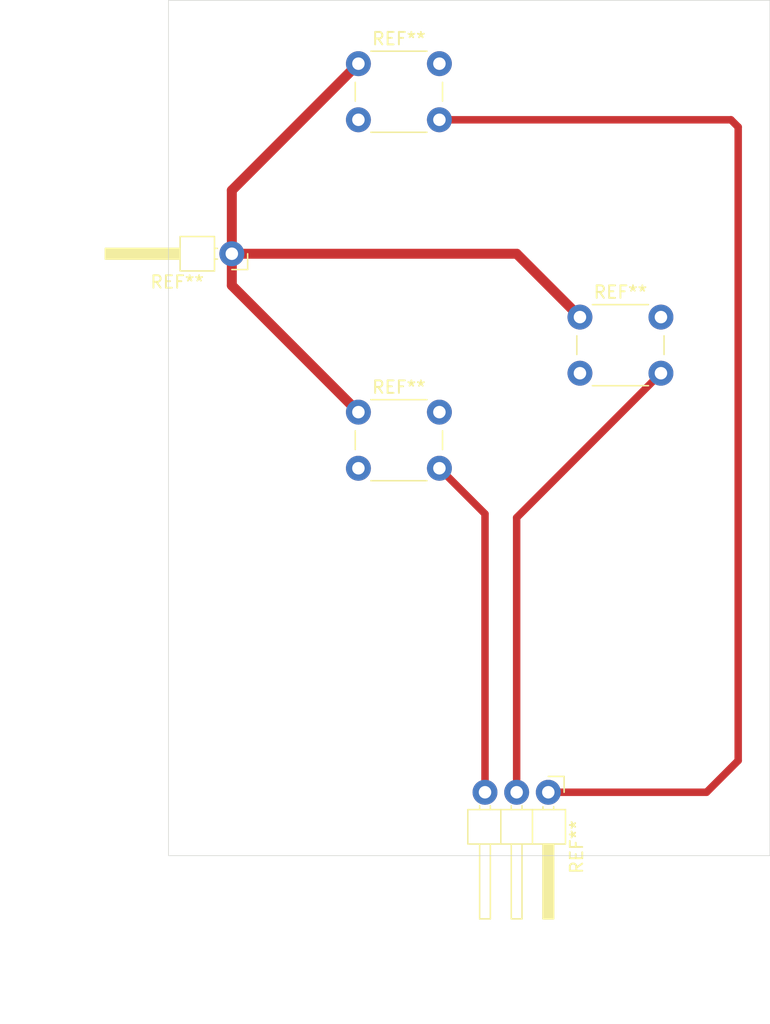
<source format=kicad_pcb>
(kicad_pcb (version 20241229) (generator "pcbnew") (generator_version "9.0")
  (layers (0 "F.Cu" signal) (2 "B.Cu" signal) (13 "F.Paste" user) (15 "B.Paste" user) (5 "F.SilkS" user "F.Silkscreen") (7 "B.SilkS" user "B.Silkscreen") (1 "F.Mask" user) (3 "B.Mask" user) (25 "Edge.Cuts" user))
  (net 0 "")
  (footprint "Connector_PinHeader_2.54mm:PinHeader_1x03_P2.54mm_Horizontal" (layer "F.Cu") (at 30.479998 63.5 -90)
    (property "Reference" "REF**" (at 4.385 -2.27 90) (layer "F.SilkS"))
    (property "Value" "PinHeader_1x03_P2.54mm_Horizontal")
    (fp_line (start 1.077358 5.51) (end 1.39 5.51) (stroke (width 0.12)) (layer "F.SilkS"))
    (fp_line (start 10.15 5.51) (end 4.15 5.51) (stroke (width 0.12)) (layer "F.SilkS"))
    (fp_line (start 1.077358 4.65) (end 1.39 4.65) (stroke (width 0.12)) (layer "F.SilkS"))
    (fp_line (start 4.15 4.65) (end 10.15 4.65) (stroke (width 0.12)) (layer "F.SilkS"))
    (fp_line (start 10.15 4.65) (end 10.15 5.51) (stroke (width 0.12)) (layer "F.SilkS"))
    (fp_line (start 1.39 3.81) (end 4.15 3.81) (stroke (width 0.12)) (layer "F.SilkS"))
    (fp_line (start 1.077358 2.97) (end 1.39 2.97) (stroke (width 0.12)) (layer "F.SilkS"))
    (fp_line (start 10.15 2.97) (end 4.15 2.97) (stroke (width 0.12)) (layer "F.SilkS"))
    (fp_line (start 1.077358 2.11) (end 1.39 2.11) (stroke (width 0.12)) (layer "F.SilkS"))
    (fp_line (start 4.15 2.11) (end 10.15 2.11) (stroke (width 0.12)) (layer "F.SilkS"))
    (fp_line (start 10.15 2.11) (end 10.15 2.97) (stroke (width 0.12)) (layer "F.SilkS"))
    (fp_line (start 1.39 1.27) (end 4.15 1.27) (stroke (width 0.12)) (layer "F.SilkS"))
    (fp_line (start 1.16 0.43) (end 1.39 0.43) (stroke (width 0.12)) (layer "F.SilkS"))
    (fp_line (start -1.27 0) (end -1.27 -1.27) (stroke (width 0.12)) (layer "F.SilkS"))
    (fp_line (start 1.16 -0.43) (end 1.39 -0.43) (stroke (width 0.12)) (layer "F.SilkS"))
    (fp_line (start -1.27 -1.27) (end 0 -1.27) (stroke (width 0.12)) (layer "F.SilkS"))
    (fp_rect (start 4.15 -0.43) (end 10.15 0.43) (stroke (width 0.12)) (fill yes) (layer "F.SilkS"))
    (fp_rect (start 1.39 -1.38) (end 4.15 6.46) (stroke (width 0.12)) (fill no) (layer "F.SilkS"))
    (pad "1" thru_hole circle (at 0 0 270) (size 2 2) (drill 1) (layers "*.Cu" "*.Mask"))
    (pad "2" thru_hole circle (at 0 2.54 270) (size 2 2) (drill 1) (layers "*.Cu" "*.Mask"))
    (pad "3" thru_hole circle (at 0 5.08 270) (size 2 2) (drill 1) (layers "*.Cu" "*.Mask"))
  )
  (footprint "Connector_PinHeader_2.54mm:PinHeader_1x01_P2.54mm_Horizontal" (layer "F.Cu") (at 5.079998 20.32 180)
    (property "Reference" "REF**" (at 4.385 -2.27 0) (layer "F.SilkS"))
    (property "Value" "PinHeader_1x01_P2.54mm_Horizontal")
    (fp_line (start 1.16 0.43) (end 1.39 0.43) (stroke (width 0.12)) (layer "F.SilkS"))
    (fp_line (start 1.16 -0.43) (end 1.39 -0.43) (stroke (width 0.12)) (layer "F.SilkS"))
    (fp_line (start -1.27 0) (end -1.27 -1.27) (stroke (width 0.12)) (layer "F.SilkS"))
    (fp_line (start -1.27 -1.27) (end 0 -1.27) (stroke (width 0.12)) (layer "F.SilkS"))
    (fp_rect (start 4.15 -0.43) (end 10.15 0.43) (stroke (width 0.12)) (fill yes) (layer "F.SilkS"))
    (fp_rect (start 1.39 -1.38) (end 4.15 1.38) (stroke (width 0.12)) (fill no) (layer "F.SilkS"))
    (pad "1" thru_hole circle (at 0 0 180) (size 2 2) (drill 1) (layers "*.Cu" "*.Mask"))
  )
  (footprint "Button_Switch_THT:SW_PUSH_6mm" (layer "F.Cu") (at 33.019998 25.4)
    (property "Reference" "REF**" (at 3.25 -2 0) (layer "F.SilkS"))
    (property "Value" "SW_PUSH_6mm")
    (fp_line (start -0.25 1.5) (end -0.25 3) (stroke (width 0.12)) (layer "F.SilkS"))
    (fp_line (start 1 5.5) (end 5.5 5.5) (stroke (width 0.12)) (layer "F.SilkS"))
    (fp_line (start 5.5 -1) (end 1 -1) (stroke (width 0.12)) (layer "F.SilkS"))
    (fp_line (start 6.75 3) (end 6.75 1.5) (stroke (width 0.12)) (layer "F.SilkS"))
    (pad "1" thru_hole circle (at 0 0 90) (size 2 2) (drill 1) (layers "*.Cu" "*.Mask"))
    (pad "1" thru_hole circle (at 6.5 0 90) (size 2 2) (drill 1) (layers "*.Cu" "*.Mask"))
    (pad "2" thru_hole circle (at 0 4.5 90) (size 2 2) (drill 1) (layers "*.Cu" "*.Mask"))
    (pad "2" thru_hole circle (at 6.5 4.5 90) (size 2 2) (drill 1) (layers "*.Cu" "*.Mask"))
  )
  (footprint "Button_Switch_THT:SW_PUSH_6mm" (layer "F.Cu") (at 15.239998 5.08)
    (property "Reference" "REF**" (at 3.25 -2 0) (layer "F.SilkS"))
    (property "Value" "SW_PUSH_6mm")
    (fp_line (start -0.25 1.5) (end -0.25 3) (stroke (width 0.12)) (layer "F.SilkS"))
    (fp_line (start 1 5.5) (end 5.5 5.5) (stroke (width 0.12)) (layer "F.SilkS"))
    (fp_line (start 5.5 -1) (end 1 -1) (stroke (width 0.12)) (layer "F.SilkS"))
    (fp_line (start 6.75 3) (end 6.75 1.5) (stroke (width 0.12)) (layer "F.SilkS"))
    (pad "1" thru_hole circle (at 0 0 90) (size 2 2) (drill 1) (layers "*.Cu" "*.Mask"))
    (pad "1" thru_hole circle (at 6.5 0 90) (size 2 2) (drill 1) (layers "*.Cu" "*.Mask"))
    (pad "2" thru_hole circle (at 0 4.5 90) (size 2 2) (drill 1) (layers "*.Cu" "*.Mask"))
    (pad "2" thru_hole circle (at 6.5 4.5 90) (size 2 2) (drill 1) (layers "*.Cu" "*.Mask"))
  )
  (footprint "Button_Switch_THT:SW_PUSH_6mm" (layer "F.Cu") (at 15.239998 33.02)
    (property "Reference" "REF**" (at 3.25 -2 0) (layer "F.SilkS"))
    (property "Value" "SW_PUSH_6mm")
    (fp_line (start -0.25 1.5) (end -0.25 3) (stroke (width 0.12)) (layer "F.SilkS"))
    (fp_line (start 1 5.5) (end 5.5 5.5) (stroke (width 0.12)) (layer "F.SilkS"))
    (fp_line (start 5.5 -1) (end 1 -1) (stroke (width 0.12)) (layer "F.SilkS"))
    (fp_line (start 6.75 3) (end 6.75 1.5) (stroke (width 0.12)) (layer "F.SilkS"))
    (pad "1" thru_hole circle (at 0 0 90) (size 2 2) (drill 1) (layers "*.Cu" "*.Mask"))
    (pad "1" thru_hole circle (at 6.5 0 90) (size 2 2) (drill 1) (layers "*.Cu" "*.Mask"))
    (pad "2" thru_hole circle (at 0 4.5 90) (size 2 2) (drill 1) (layers "*.Cu" "*.Mask"))
    (pad "2" thru_hole circle (at 6.5 4.5 90) (size 2 2) (drill 1) (layers "*.Cu" "*.Mask"))
  )
  (gr_rect (start -0.000002 0) (end 48.259998 68.58) (stroke (width 0.05)) (fill no) (layer "Edge.Cuts"))
  (segment (start 45.719998 10.16) (end 45.719998 60.96) (width 0.6) (layer "F.Cu") (net 0))
  (segment (start 21.739998 9.58) (end 45.139998 9.58) (width 0.6) (layer "F.Cu") (net 0))
  (segment (start 43.179998 63.5) (end 30.479998 63.5) (width 0.6) (layer "F.Cu") (net 0))
  (segment (start 5.079998 20.32) (end 27.939998 20.32) (width 0.8) (layer "F.Cu") (net 0))
  (segment (start 45.719998 60.96) (end 43.179998 63.5) (width 0.6) (layer "F.Cu") (net 0))
  (segment (start 5.079998 22.86) (end 15.239998 33.02) (width 0.8) (layer "F.Cu") (net 0))
  (segment (start 5.079998 20.32) (end 5.079998 22.86) (width 0.8) (layer "F.Cu") (net 0))
  (segment (start 5.079998 20.32) (end 5.079998 15.24) (width 0.8) (layer "F.Cu") (net 0))
  (segment (start 45.139998 9.58) (end 45.719998 10.16) (width 0.6) (layer "F.Cu") (net 0))
  (segment (start 21.739998 37.52) (end 25.399998 41.18) (width 0.6) (layer "F.Cu") (net 0))
  (segment (start 39.519998 29.9) (end 27.939998 41.48) (width 0.6) (layer "F.Cu") (net 0))
  (segment (start 27.939998 41.48) (end 27.939998 63.5) (width 0.6) (layer "F.Cu") (net 0))
  (segment (start 5.079998 15.24) (end 15.239998 5.08) (width 0.8) (layer "F.Cu") (net 0))
  (segment (start 27.939998 20.32) (end 33.019998 25.4) (width 0.8) (layer "F.Cu") (net 0))
  (segment (start 25.399998 41.18) (end 25.399998 63.5) (width 0.6) (layer "F.Cu") (net 0))
)
</source>
